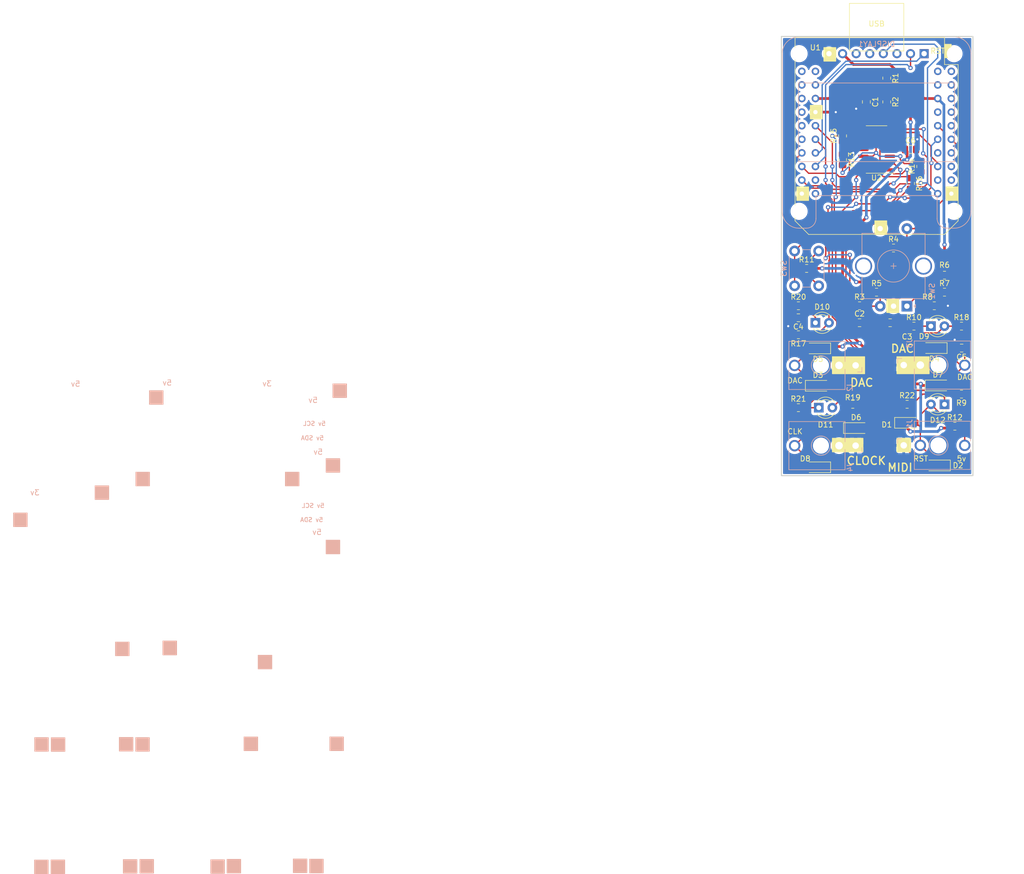
<source format=kicad_pcb>
(kicad_pcb (version 20221018) (generator pcbnew)
  (layers (0 "F.Cu" signal) (31 "B.Cu" signal) (34 "B.Paste" user) (35 "F.Paste" user) (36 "B.SilkS" user "B.Silkscreen") (37 "F.SilkS" user "F.Silkscreen") (38 "B.Mask" user) (39 "F.Mask" user) (44 "Edge.Cuts" user))
  (net 0 "")
  (net 23 "/V_REF")
  (net 24 "/ENC_SW")
  (net 25 "/DAC1")
  (net 26 "/DAC0")
  (net 27 "/ENC_A")
  (net 28 "/ENC_B")
  (net 29 "GND")
  (net 30 "+5V")
  (net 31 "/SDA")
  (net 32 "/SCL")
  (net 33 "+3.3V")
  (net 34 "/CS")
  (net 35 "Net-(D9-K)")
  (net 36 "Net-(D9-A)")
  (net 37 "Net-(D10-K)")
  (net 38 "/CLK")
  (net 39 "Net-(D10-A)")
  (net 40 "/RST")
  (net 41 "Net-(D11-K)")
  (net 42 "Net-(D11-A)")
  (net 43 "Net-(D12-K)")
  (net 44 "/Butt")
  (net 46 "Net-(D3-K)")
  (net 47 "Net-(D4-K)")
  (net 48 "Net-(D1-A)")
  (net 49 "Net-(D6-K)")
  (net 50 "Net-(J1-PadR)")
  (net 51 "Net-(R3-Pad2)")
  (net 52 "Net-(R6-Pad2)")
  (net 53 "Net-(R11-Pad1)")
  (net 56 "/RST{slash}MIDI")
  (net 57 "Net-(R9-Pad1)")
  (net 58 "Net-(U2C--)")
  (net 59 "Net-(U2B--)")
  (footprint "Resistor_SMD:R_0805_2012Metric_Pad1.20x1.40mm_HandSolder" (layer "F.Cu") (at 250.19 74.295)
    (fp_text reference "R7")
    (fp_text value "10k")
  )
  (footprint "Capacitor_SMD:C_0805_2012Metric_Pad1.18x1.45mm_HandSolder" (layer "F.Cu") (at 253.395 84.74157 180)
    (fp_text reference "C5")
    (fp_text value "10uF" hide)
  )
  (footprint "Resistor_SMD:R_0805_2012Metric_Pad1.20x1.40mm_HandSolder" (layer "F.Cu") (at 248.285 76.835)
    (fp_text reference "R8")
    (fp_text value "10k")
  )
  (footprint "Resistor_SMD:R_0805_2012Metric_Pad1.20x1.40mm_HandSolder" (layer "F.Cu") (at 239.395 34.29 -90)
    (fp_text reference "R1")
    (fp_text value "10k")
  )
  (footprint "Diode_SMD:D_SOD-123" (layer "F.Cu") (at 248.315 84.74157 180)
    (fp_text reference "D4")
    (fp_text value "D_Schottky" hide)
  )
  (footprint "Resistor_SMD:R_0805_2012Metric_Pad1.20x1.40mm_HandSolder" (layer "F.Cu") (at 233.045 95.25 180)
    (fp_text reference "R19")
    (fp_text value "1k")
  )
  (footprint "Diode_SMD:D_SOD-123" (layer "F.Cu") (at 233.68 99.695)
    (fp_text reference "D6")
    (fp_text value "D_Schottky")
  )
  (footprint "LED_THT:LED_D3.0mm" (layer "F.Cu") (at 226.69 95.885)
    (fp_text reference "D11")
    (fp_text value "LED")
  )
  (footprint "Capacitor_SMD:C_0805_2012Metric_Pad1.18x1.45mm_HandSolder" (layer "F.Cu") (at 222.885 79.07625 180)
    (fp_text reference "C4")
    (fp_text value "10uF")
  )
  (footprint "Capacitor_SMD:C_0805_2012Metric_Pad1.18x1.45mm_HandSolder" (layer "F.Cu") (at 234.315 80.01)
    (fp_text reference "C2")
    (fp_text value "100n")
  )
  (footprint "Capacitor_SMD:C_0805_2012Metric_Pad1.18x1.45mm_HandSolder" (layer "F.Cu") (at 240.03 80.01 180)
    (fp_text reference "C3")
    (fp_text value "100n" hide)
  )
  (footprint "LED_THT:LED_D3.0mm" (layer "F.Cu") (at 250.195 95.25 180)
    (fp_text reference "D12")
    (fp_text value "LED")
  )
  (footprint "Resistor_SMD:R_0805_2012Metric_Pad1.20x1.40mm_HandSolder" (layer "F.Cu") (at 224.425 69.85)
    (fp_text reference "R11")
    (fp_text value "10k")
  )
  (footprint "Resistor_SMD:R_0805_2012Metric_Pad1.20x1.40mm_HandSolder" (layer "F.Cu") (at 245.745 50.8 90)
    (fp_text reference "R14")
    (fp_text value "10k")
  )
  (footprint "Resistor_SMD:R_0805_2012Metric_Pad1.20x1.40mm_HandSolder" (layer "F.Cu") (at 244.475 80.645)
    (fp_text reference "R10")
    (fp_text value "1k")
  )
  (footprint "Resistor_SMD:R_0805_2012Metric_Pad1.20x1.40mm_HandSolder" (layer "F.Cu") (at 222.885 82.25125 180)
    (fp_text reference "R17")
    (fp_text value "1k")
  )
  (footprint "Resistor_SMD:R_0805_2012Metric_Pad1.20x1.40mm_HandSolder" (layer "F.Cu") (at 250.19 71.12 180)
    (fp_text reference "R6")
    (fp_text value "10k")
  )
  (footprint "ESP32_mini:ESP32_mini" (layer "F.Cu") (at 237.5 44.45 180)
    (fp_text reference "U1")
    (fp_text value "mini_esp32")
  )
  (footprint "Resistor_SMD:R_0805_2012Metric_Pad1.20x1.40mm_HandSolder" (layer "F.Cu") (at 231.14 49.53 -90)
    (fp_text reference "R13")
    (fp_text value "10k")
  )
  (footprint "Diode_SMD:D_SOD-123" (layer "F.Cu") (at 248.95 91.72657)
    (fp_text reference "D7")
    (fp_text value "D_Schottky" hide)
  )
  (footprint "Capacitor_SMD:C_0805_2012Metric_Pad1.18x1.45mm_HandSolder" (layer "F.Cu") (at 243.84 47.625)
    (fp_text reference "C6")
    (fp_text value "0.1u")
  )
  (footprint "Package_SO:SOIC-14_3.9x8.7mm_P1.27mm" (layer "F.Cu") (at 237.49 47.625 180)
    (fp_text reference "U2")
    (fp_text value "TL074")
  )
  (footprint "Diode_SMD:D_SOD-123" (layer "F.Cu") (at 226.544861 84.800616 180)
    (fp_text reference "D5")
    (fp_text value "D_Schottky" hide)
  )
  (footprint "Resistor_SMD:R_0805_2012Metric_Pad1.20x1.40mm_HandSolder" (layer "F.Cu") (at 243.205 95.25)
    (fp_text reference "R22")
    (fp_text value "100R")
  )
  (footprint "Diode_SMD:D_SOD-123" (layer "F.Cu") (at 243.235 98.71157)
    (fp_text reference "D1")
    (fp_text value "D_Schottky")
  )
  (footprint "Resistor_SMD:R_0805_2012Metric_Pad1.20x1.40mm_HandSolder" (layer "F.Cu") (at 222.885 76.835)
    (fp_text reference "R20")
    (fp_text value "1k")
  )
  (footprint "Resistor_SMD:R_0805_2012Metric_Pad1.20x1.40mm_HandSolder" (layer "F.Cu") (at 239.395 38.735 -90)
    (fp_text reference "R2")
    (fp_text value "10k")
  )
  (footprint "Resistor_SMD:R_0805_2012Metric_Pad1.20x1.40mm_HandSolder" (layer "F.Cu") (at 231.14 45.085 90)
    (fp_text reference "R15")
    (fp_text value "10k/4.7k")
  )
  (footprint "Diode_SMD:D_SOD-123" (layer "F.Cu") (at 226.544861 91.785616)
    (fp_text reference "D3")
    (fp_text value "D_Schottky" hide)
  )
  (footprint "Resistor_SMD:R_0805_2012Metric_Pad1.20x1.40mm_HandSolder" (layer "F.Cu") (at 240.665 66.04)
    (fp_text reference "R4")
    (fp_text value "10k")
  )
  (footprint "Resistor_SMD:R_0805_2012Metric_Pad1.20x1.40mm_HandSolder" (layer "F.Cu") (at 253.365 80.645)
    (fp_text reference "R18")
    (fp_text value "1k")
  )
  (footprint "Resistor_SMD:R_0805_2012Metric_Pad1.20x1.40mm_HandSolder" (layer "F.Cu") (at 253.365 93.345 180)
    (fp_text reference "R9")
    (fp_text value "220R")
  )
  (footprint "Resistor_SMD:R_0805_2012Metric_Pad1.20x1.40mm_HandSolder" (layer "F.Cu") (at 222.885 95.885)
    (fp_text reference "R21")
    (fp_text value "1k")
  )
  (footprint "Capacitor_SMD:C_0805_2012Metric_Pad1.18x1.45mm_HandSolder" (layer "F.Cu") (at 235.585 38.735 -90)
    (fp_text reference "C1")
    (fp_text value "0.1u")
  )
  (footprint "Resistor_SMD:R_0805_2012Metric_Pad1.20x1.40mm_HandSolder" (layer "F.Cu") (at 252.125 99.34657)
    (fp_text reference "R12")
    (fp_text value "220R")
  )
  (footprint "Resistor_SMD:R_0805_2012Metric_Pad1.20x1.40mm_HandSolder" (layer "F.Cu") (at 243.84 53.975 -90)
    (fp_text reference "R16")
    (fp_text value "10k/4.7k")
  )
  (footprint "Diode_SMD:D_SOD-123" (layer "F.Cu") (at 226.544861 107.025616 180)
    (fp_text reference "D8")
    (fp_text value "D_Schottky" hide)
  )
  (footprint "LED_THT:LED_D3.0mm" (layer "F.Cu") (at 247.645 80.645)
    (fp_text reference "D9")
    (fp_text value "LED")
  )
  (footprint "Resistor_SMD:R_0805_2012Metric_Pad1.20x1.40mm_HandSolder" (layer "F.Cu") (at 237.49 74.295)
    (fp_text reference "R5")
    (fp_text value "10k")
  )
  (footprint "LED_THT:LED_D3.0mm" (layer "F.Cu") (at 226.06 80.01)
    (fp_text reference "D10")
    (fp_text value "LED")
  )
  (footprint "Resistor_SMD:R_0805_2012Metric_Pad1.20x1.40mm_HandSolder" (layer "F.Cu") (at 234.315 76.835)
    (fp_text reference "R3")
    (fp_text value "10k")
  )
  (footprint "Diode_SMD:D_SOD-123" (layer "F.Cu") (at 248.92 106.68 180)
    (fp_text reference "D2")
    (fp_text value "D_Schottky")
  )
  (footprint "Connector_Audio:Jack_3.5mm_QingPu_WQP-PJ398SM_Vertical_CircularHoles" (layer "B.Cu") (at 233.579861 87.980616 90)
    (fp_text reference "J2")
    (fp_text value "DAC")
  )
  (footprint "Button_Switch_THT:SW_PUSH_6mm_H4.3mm" (layer "B.Cu") (at 222.175 66.6 -90)
    (fp_text reference "SW3")
    (fp_text value "SW_Push")
  )
  (footprint "Rotary_Encoder:RotaryEncoder_Alps_EC11E-Switch_Vertical_H20mm_CircularMountingHoles" (layer "B.Cu") (at 243.165 76.91 90)
    (fp_text reference "SW1")
    (fp_text value "RotaryEncoder_Switch")
  )
  (footprint "Connector_Audio:Jack_3.5mm_QingPu_WQP-PJ398SM_Vertical_CircularHoles" (layer "B.Cu") (at 242.57 87.92157 -90)
    (fp_text reference "J3")
    (fp_text value "DAC1")
  )
  (footprint "Connector_Audio:Jack_3.5mm_QingPu_WQP-PJ398SM_Vertical_CircularHoles_1" (layer "B.Cu") (at 242.57 102.92157 -90)
    (fp_text reference "J1")
    (fp_text value "MIDI_out")
  )
  (footprint "Display:Adafruit_SSD1306" (layer "B.Cu") (at 246.38 29.715 180)
    (fp_text reference "DISPLAY1")
    (fp_text value "Conn_01x08_Socket")
  )
  (footprint "Connector_Audio:Jack_3.5mm_QingPu_WQP-PJ398SM_Vertical_CircularHoles" (layer "B.Cu") (at 233.579861 102.980616 90)
    (fp_text reference "J4")
    (fp_text value "CLK")
  )
  (gr_rect (start 99.06 107.95) (end 101.6 110.49) (stroke (width 0.15)) (fill solid) (layer "B.SilkS"))
  (gr_rect (start 96.710146 180.344491) (end 99.250146 182.884491) (stroke (width 0.15)) (fill solid) (layer "B.SilkS"))
  (gr_rect (start 83.21207 180.422434) (end 85.75207 182.962434) (stroke (width 0.15)) (fill solid) (layer "B.SilkS"))
  (gr_rect (start 80.150364 157.552943) (end 82.690364 160.092943) (stroke (width 0.15)) (fill solid) (layer "B.SilkS"))
  (gr_rect (start 134.62 105.41) (end 137.16 107.95) (stroke (width 0.15)) (fill solid) (layer "B.SilkS"))
  (gr_rect (start 99.820295 180.323041) (end 102.360295 182.863041) (stroke (width 0.15)) (fill solid) (layer "B.SilkS"))
  (gr_rect (start 131.538398 180.28123) (end 134.078398 182.82123) (stroke (width 0.15)) (fill solid) (layer "B.SilkS"))
  (gr_rect (start 121.92 142.161284) (end 124.46 144.701284) (stroke (width 0.15)) (fill solid) (layer "B.SilkS"))
  (gr_rect (start 80.120777 180.443043) (end 82.660777 182.983043) (stroke (width 0.15)) (fill solid) (layer "B.SilkS"))
  (gr_rect (start 104.124503 139.521459) (end 106.664503 142.061459) (stroke (width 0.15)) (fill solid) (layer "B.SilkS"))
  (gr_rect (start 116.106277 180.301193) (end 118.646277 182.841193) (stroke (width 0.15)) (fill solid) (layer "B.SilkS"))
  (gr_rect (start 127 107.95) (end 129.54 110.49) (stroke (width 0.15)) (fill solid) (layer "B.SilkS"))
  (gr_rect (start 128.481484 180.242778) (end 131.021484 182.782778) (stroke (width 0.15)) (fill solid) (layer "B.SilkS"))
  (gr_rect (start 135.312797 157.435657) (end 137.852797 159.975657) (stroke (width 0.15)) (fill solid) (layer "B.SilkS"))
  (gr_rect (start 99.036122 157.554044) (end 101.576122 160.094044) (stroke (width 0.15)) (fill solid) (layer "B.SilkS"))
  (gr_rect (start 113.060002 180.378806) (end 115.600002 182.918806) (stroke (width 0.15)) (fill solid) (layer "B.SilkS"))
  (gr_rect (start 119.28 157.44) (end 121.82 159.98) (stroke (width 0.15)) (fill solid) (layer "B.SilkS"))
  (gr_rect (start 95.25 139.7) (end 97.79 142.24) (stroke (width 0.15)) (fill solid) (layer "B.SilkS"))
  (gr_rect (start 83.2462 157.573582) (end 85.7862 160.113582) (stroke (width 0.15)) (fill solid) (layer "B.SilkS"))
  (gr_rect (start 76.2 115.57) (end 78.74 118.11) (stroke (width 0.15)) (fill solid) (layer "B.SilkS"))
  (gr_rect (start 91.44 110.49) (end 93.98 113.03) (stroke (width 0.15)) (fill solid) (layer "B.SilkS"))
  (gr_rect (start 135.89 91.44) (end 138.43 93.98) (stroke (width 0.15)) (fill solid) (layer "B.SilkS"))
  (gr_rect (start 134.62 120.65) (end 137.16 123.19) (stroke (width 0.15)) (fill solid) (layer "B.SilkS"))
  (gr_rect (start 95.963279 157.517022) (end 98.503279 160.057022) (stroke (width 0.15)) (fill solid) (layer "B.SilkS"))
  (gr_rect (start 101.6 92.71) (end 104.14 95.25) (stroke (width 0.15)) (fill solid) (layer "B.SilkS"))
  (gr_rect (start 104.124503 139.521459) (end 106.664503 142.061459) (stroke (width 0.15)) (fill solid) (layer "B.SilkS"))
  (gr_rect (start 217.4875 102.235) (end 217.4875 102.235) (stroke (width 0.15)) (fill none) (layer "F.SilkS"))
  (gr_rect (start 241.3 86.36) (end 247.3325 89.535) (stroke (width 0.15)) (fill solid) (layer "F.SilkS"))
  (gr_rect (start 227.6475 28.575) (end 229.87 31.115) (stroke (width 0.15)) (fill solid) (layer "F.SilkS"))
  (gr_rect (start 229.235 86.36) (end 235.2675 89.535) (stroke (width 0.15)) (fill solid) (layer "F.SilkS"))
  (gr_rect (start 229.235 101.6) (end 234.95 104.14) (stroke (width 0.15)) (fill solid) (layer "F.SilkS"))
  (gr_rect (start 237.1725 60.96) (end 239.395 63.5) (stroke (width 0.15)) (fill solid) (layer "F.SilkS"))
  (gr_rect (start 222.5675 54.61) (end 224.79 57.15) (stroke (width 0.15)) (fill solid) (layer "F.SilkS"))
  (gr_rect (start 250.5075 54.61) (end 252.73 57.15) (stroke (width 0.15)) (fill solid) (layer "F.SilkS"))
  (gr_rect (start 225.1075 39.37) (end 227.33 41.91) (stroke (width 0.15)) (fill solid) (layer "F.SilkS"))
  (gr_rect (start 239.395 75.565) (end 241.6175 78.105) (stroke (width 0.15)) (fill solid) (layer "F.SilkS"))
  (gr_rect (start 241.3 101.6) (end 243.84 104.14) (stroke (width 0.15)) (fill solid) (layer "F.SilkS"))
  (gr_rect locked (start 219.71 26.5) (end 255.5 108.585) (stroke (width 0.2)) (fill none) (layer "Edge.Cuts"))
  (gr_text "5v" (at 133.12136 95.057871) (layer "B.SilkS") (effects (font (size 1 1)) (justify left bottom mirror)))
  (gr_text "5v SCL" (at 134.611692 99.318381) (layer "B.SilkS") (effects (font (size 0.8 0.8)) (justify left bottom mirror)))
  (gr_text "3v" (at 124.52508 91.977847) (layer "B.SilkS") (effects (font (size 1 1)) (justify left bottom mirror)))
  (gr_text "5v SCL" (at 134.371138 114.660317) (layer "B.SilkS") (effects (font (size 0.8 0.8)) (justify left bottom mirror)))
  (gr_text "5v SDA" (at 134.119322 117.304382) (layer "B.SilkS") (effects (font (size 0.8 0.8)) (justify left bottom mirror)))
  (gr_text "5v" (at 133.85849 119.730366) (layer "B.SilkS") (effects (font (size 1 1)) (justify left bottom mirror)))
  (gr_text "5v" (at 88.734224 92.025367) (layer "B.SilkS") (effects (font (size 1 1)) (justify left bottom mirror)))
  (gr_text "5v" (at 134.071838 104.738315) (layer "B.SilkS") (effects (font (size 1 1)) (justify left bottom mirror)))
  (gr_text "3v" (at 81.130243 112.332583) (layer "B.SilkS") (effects (font (size 1 1)) (justify left bottom mirror)))
  (gr_text "5v SDA" (at 134.249066 102.017203) (layer "B.SilkS") (effects (font (size 0.8 0.8)) (justify left bottom mirror)))
  (gr_text "5v" (at 105.857225 91.815548) (layer "B.SilkS") (effects (font (size 1 1)) (justify left bottom mirror)))
  (gr_text "DAC" (at 232.41 92.075) (layer "F.SilkS") (effects (font (size 1.5 1.5) (thickness 0.25) bold) (justify left bottom)))
  (gr_text "DAC" (at 254 90.17) (layer "F.SilkS") (effects (font (size 1 1))))
  (gr_text "RST" (at 245.745 105.41) (layer "F.SilkS") (effects (font (size 1 1))))
  (gr_text "DAC" (at 222.25 90.805) (layer "F.SilkS") (effects (font (size 1 1))))
  (gr_text "CLOCK\n" (at 231.775 106.68) (layer "F.SilkS") (effects (font (size 1.5 1.5) (thickness 0.25) bold) (justify left bottom)))
  (gr_text "MIDI\n" (at 239.395 107.95) (layer "F.SilkS") (effects (font (size 1.5 1.5) (thickness 0.25) bold) (justify left bottom)))
  (gr_text "DAC" (at 240.03 85.725) (layer "F.SilkS") (effects (font (size 1.5 1.5) (thickness 0.25) bold) (justify left bottom)))
  (gr_text "CLK" (at 222.25 100.33) (layer "F.SilkS") (effects (font (size 1 1))))
  (gr_text "5v" (at 253.365 105.41) (layer "F.SilkS") (effects (font (size 1 1))))
  (segment (start 239.395 37.735) (end 239.665 37.735) (width 0.25) (layer "F.Cu") (net 23))
  (segment (start 242.66 50.255) (end 241.935 49.53) (width 0.25) (layer "F.Cu") (net 23))
  (segment (start 235.015 48.895) (end 236.7655 48.895) (width 0.25) (layer "F.Cu") (net 23))
  (segment (start 245.745 49.8) (end 245.29 50.255) (width 0.25) (layer "F.Cu") (net 23))
  (segment (start 236.7655 48.895) (end 237.4005 48.26) (width 0.25) (layer "F.Cu") (net 23))
  (segment (start 239.3575 37.6975) (end 239.395 37.735) (width 0.25) (layer "F.Cu") (net 23))
  (segment (start 235.585 37.6975) (end 239.3575 37.6975) (width 0.25) (layer "F.Cu") (net 23))
  (segment (start 245.29 50.255) (end 242.66 50.255) (width 0.25) (layer "F.Cu") (net 23))
  (segment (start 240.72 40.585) (end 237.4005 43.9045) (width 0.25) (layer "F.Cu") (net 23))
  (segment (start 240.72 38.79) (end 240.72 40.585) (width 0.25) (layer "F.Cu") (net 23))
  (segment (start 231.14 51.9805) (end 231.14 50.53) (width 0.25) (layer "F.Cu") (net 23))
  (segment (start 237.4005 43.9045) (end 237.4005 48.26) (width 0.25) (layer "F.Cu") (net 23))
  (segment (start 239.395 37.735) (end 239.395 35.29) (width 0.25) (layer "F.Cu") (net 23))
  (segment (start 239.665 37.735) (end 240.72 38.79) (width 0.25) (layer "F.Cu") (net 23))
  (segment (start 241.935 49.53) (end 241.935 48.895) (width 0.25) (layer "F.Cu") (net 23))
  (segment (start 241.935 48.895) (end 239.965 48.895) (width 0.25) (layer "F.Cu") (net 23))
  (via (at 231.14 51.9805) (size 0.8) (drill 0.4) (layers "F.Cu" "B.Cu") (net 23))
  (via (at 237.4005 48.26) (size 0.8) (drill 0.4) (layers "F.Cu" "B.Cu") (net 23))
  (via (at 241.935 48.895) (size 0.8) (drill 0.4) (layers "F.Cu" "B.Cu") (net 23))
  (segment (start 238.0355 48.895) (end 241.935 48.895) (width 0.25) (layer "B.Cu") (net 23))
  (segment (start 237.4005 48.26) (end 238.0355 48.895) (width 0.25) (layer "B.Cu") (net 23))
  (segment (start 234.8605 48.26) (end 237.4005 48.26) (width 0.25) (layer "B.Cu") (net 23))
  (segment (start 231.14 51.9805) (end 234.8605 48.26) (width 0.25) (layer "B.Cu") (net 23))
  (segment (start 244.579213 62.41) (end 250.19 56.799213) (width 0.25) (layer "F.Cu") (net 24))
  (segment (start 241.665 66.04) (end 243.165 64.54) (width 0.25) (layer "F.Cu") (net 24))
  (segment (start 243.165 62.41) (end 244.579213 62.41) (width 0.25) (layer "F.Cu") (net 24))
  (segment (start 250.19 44.44) (end 248.93 43.18) (width 0.25) (layer "F.Cu") (net 24))
  (segment (start 250.19 56.799213) (end 250.19 44.44) (width 0.25) (layer "F.Cu") (net 24))
  (segment (start 243.165 64.54) (end 243.165 62.41) (width 0.25) (layer "F.Cu") (net 24))
  (segment (start 248.93 50.175) (end 248.93 50.8) (width 0.25) (layer "F.Cu") (net 25))
  (segment (start 245.11 44.45) (end 247.65 46.99) (width 0.25) (layer "F.Cu") (net 25))
  (segment (start 247.65 46.99) (end 247.65 48.895) (width 0.25) (layer "F.Cu") (net 25))
  (segment (start 247.65 48.895) (end 248.93 50.175) (width 0.25) (layer "F.Cu") (net 25))
  (segment (start 239.965 46.355) (end 240.665 46.355) (width 0.25) (layer "F.Cu") (net 25))
  (segment (start 242.57 44.45) (end 245.11 44.45) (width 0.25) (layer "F.Cu") (net 25))
  (segment (start 240.665 46.355) (end 242.57 44.45) (width 0.25) (layer "F.Cu") (net 25))
  (segment (start 235.015 46.355) (end 233.68 46.355) (width 0.25) (layer "F.Cu") (net 26))
  (segment (start 224.8 52.07) (end 223.53 50.8) (width 0.25) (layer "F.Cu") (net 26))
  (segment (start 229.87 52.07) (end 224.8 52.07) (width 0.25) (layer "F.Cu") (net 26))
  (segment (start 231.775 52.705) (end 230.505 52.705) (width 0.25) (layer "F.Cu") (net 26))
  (segment (start 230.505 52.705) (end 229.87 52.07) (width 0.25) (layer "F.Cu") (net 26))
  (segment (start 232.41 52.07) (end 231.775 52.705) (width 0.25) (layer "F.Cu") (net 26))
  (segment (start 233.68 46.355) (end 232.41 47.625) (width 0.25) (layer "F.Cu") (net 26))
  (segment (start 232.41 47.625) (end 232.41 52.07) (width 0.25) (layer "F.Cu") (net 26))
  (segment (start 227.965 67.945) (end 227.965 67.183833) (width 0.25) (layer "F.Cu") (net 27))
  (segment (start 221.615 53.975) (end 221.615 50.175) (width 0.25) (layer "F.Cu") (net 27))
  (segment (start 233.2775 76.8725) (end 233.315 76.835) (width 0.25) (layer "F.Cu") (net 27))
  (segment (start 229.146 60.265396) (end 229.146 56.972) (width 0.25) (layer "F.Cu") (net 27))
  (segment (start 221.615 50.175) (end 223.53 48.26) (width 0.25) (layer "F.Cu") (net 27))
  (segment (start 232.4995 76.0195) (end 232.4995 67.31) (width 0.25) (layer "F.Cu") (net 27))
  (segment (start 228 67.148833) (end 228 66.051167) (width 0.25) (layer "F.Cu") (net 27))
  (segment (start 227.965 66.016167) (end 227.965 61.446396) (width 0.25) (layer "F.Cu") (net 27))
  (segment (start 227.029 54.855) (end 222.495 54.855) (width 0.25) (layer "F.Cu") (net 27))
  (segment (start 222.495 54.855) (end 221.615 53.975) (width 0.25) (layer "F.Cu") (net 27))
  (segment (start 227.965 61.446396) (end 229.146 60.265396) (width 0.25) (layer "F.Cu") (net 27))
  (segment (start 233.315 76.835) (end 232.4995 76.0195) (width 0.25) (layer "F.Cu") (net 27))
  (segment (start 227.965 67.183833) (end 228 67.148833) (width 0.25) (layer "F.Cu") (net 27))
  (segment (start 228 66.051167) (end 227.965 66.016167) (width 0.25) (layer "F.Cu") (net 27))
  (segment (start 233.2775 80.01) (end 233.2775 76.8725) (width 0.25) (layer "F.Cu") (net 27))
  (segment (start 229.146 56.972) (end 227.029 54.855) (width 0.25) (layer "F.Cu") (net 27))
  (via (at 227.965 67.945) (size 0.8) (drill 0.4) (layers "F.Cu" "B.Cu") (net 27))
  (via (at 232.4995 67.31) (size 0.8) (drill 0.4) (layers "F.Cu" "B.Cu") (net 27))
  (segment (start 232.4995 67.31) (end 228.6 67.31) (width 0.25) (layer "B.Cu") (net 27))
  (segment (start 228.6 67.31) (end 227.965 67.945) (width 0.25) (layer "B.Cu") (net 27))
  (segment (start 247.285 76.835) (end 248.8 75.32) (width 0.25) (layer "F.Cu") (net 28))
  (segment (start 241.4575 79.62) (end 244.5 79.62) (width 0.25) (layer "F.Cu") (net 28))
  (segment (start 248.8 75.32) (end 250.165 75.32) (width 0.25) (layer "F.Cu") (net 28))
  (segment (start 250.165 75.32) (end 251.19 74.295) (width 0.25) (layer "F.Cu") (net 28))
  (segment (start 254 48.25) (end 251.47 45.72) (width 0.25) (layer "F.Cu") (net 28))
  (segment (start 241.0675 80.01) (end 241.4575 79.62) (width 0.25) (layer "F.Cu") (net 28))
  (segment (start 254 71.485) (end 254 48.25) (width 0.25) (layer "F.Cu") (net 28))
  (segment (start 244.5 79.62) (end 247.285 76.835) (width 0.25) (layer "F.Cu") (net 28))
  (segment (start 251.19 74.9675) (end 251.19 74.295) (width 0.25) (layer "F.Cu") (net 28))
  (segment (start 251.19 74.295) (end 254 71.485) (width 0.25) (layer "F.Cu") (net 28))
  (segment (start 221.8475 79.07625) (end 221.8475 76.8725) (width 0.5) (layer "F.Cu") (net 29))
  (segment (start 233.7695 47.625) (end 233.1345 48.26) (width 0.5) (layer "F.Cu") (net 29))
  (segment (start 235.585 39.7725) (end 233.9125 39.7725) (width 0.5) (layer "F.Cu") (net 29))
  (segment (start 243.475 80.645) (end 242.935 81.185) (width 0.5) (layer "F.Cu") (net 29))
  (segment (start 244.8775 45.9525) (end 245.11 45.72) (width 0.5) (layer "F.Cu") (net 29))
  (segment (start 249.285 76.835) (end 250.825 76.835) (width 0.5) (layer "F.Cu") (net 29))
  (segment (start 235.585 39.7725) (end 239.3575 39.7725) (width 0.5) (layer "F.Cu") (net 29))
  (segment (start 221.885 95.885) (end 223.035 94.735) (width 0.5) (layer "F.Cu") (net 29))
  (segment (start 228.194861 91.785616) (end 228.194861 90.265616) (width 0.5) (layer "F.Cu") (net 29))
  (segment (start 235.015 47.625) (end 233.7695 47.625) (width 0.5) (layer "F.Cu") (net 29))
  (segment (start 223.035 94.735) (end 225.245477 94.735) (width 0.5) (layer "F.Cu") (net 29))
  (segment (start 239.3575 39.7725) (end 239.395 39.735) (width 0.5) (layer "F.Cu") (net 29))
  (segment (start 238.9925 80.01) (end 238.9925 78.5825) (width 0.5) (layer "F.Cu") (net 29))
  (segment (start 221.8475 76.8725) (end 221.885 76.835) (width 0.5) (layer "F.Cu") (net 29))
  (segment (start 245.67 85.73657) (end 246.665 84.74157) (width 0.5) (layer "F.Cu") (net 29))
  (segment (start 247.27 106.68) (end 246.32843 106.68) (width 0.5) (layer "F.Cu") (net 29))
  (segment (start 233.9125 39.7725) (end 233.68 40.005) (width 0.5) (layer "F.Cu") (net 29))
  (segment (start 228.194861 90.265616) (end 230.479861 87.980616) (width 0.5) (layer "F.Cu") (net 29))
  (segment (start 252.3575 84.74157) (end 252.3575 83.4475) (width 0.5) (layer "F.Cu") (net 29))
  (segment (start 242.935 81.185) (end 240.1675 81.185) (width 0.5) (layer "F.Cu") (net 29))
  (segment (start 233.579861 102.980616) (end 233.579861 101.445139) (width 0.5) (layer "F.Cu") (net 29))
  (segment (start 221.8475 79.07625) (end 221.8475 79.7775) (width 0.5) (layer "F.Cu") (net 29))
  (segment (start 246.32843 106.68) (end 242.57 102.92157) (width 0.5) (layer "F.Cu") (net 29))
  (segment (start 245.67 87.92157) (end 245.67 85.73657) (width 0.5) (layer "F.Cu") (net 29))
  (segment (start 221.8475 79.7775) (end 220.98 80.645) (width 0.5) (layer "F.Cu") (net 29))
  (segment (start 235.3525 80.01) (end 238.9925 80.01) (width 0.5) (layer "F.Cu") (net 29))
  (segment (start 240.1675 81.185) (end 238.9925 80.01) (width 0.5) (layer "F.Cu") (net 29))
  (segment (start 225.245477 94.735) (end 228.194861 91.785616) (width 0.5) (layer "F.Cu") (net 29))
  (segment (start 242.205 95.25) (end 239.775 95.25) (width 0.5) (layer "F.Cu") (net 29))
  (segment (start 252.3575 83.4475) (end 252.095 83.185) (width 0.5) (layer "F.Cu") (net 29))
  (segment (start 239.775 95.25) (end 235.33 99.695) (width 0.5) (layer "F.Cu") (net 29))
  (segment (start 244.8775 47.625) (end 244.8775 45.9525) (width 0.5) (layer "F.Cu") (net 29))
  (segment (start 233.579861 101.445139) (end 235.33 99.695) (width 0.5) (layer "F.Cu") (net 29))
  (segment (start 226.07 40.64) (end 229.87 40.64) (width 0.5) (layer "F.Cu") (net 29))
  (segment (start 238.9925 78.5825) (end 240.665 76.91) (width 0.5) (layer "F.Cu") (net 29))
  (via (at 252.095 83.185) (size 0.8) (drill 0.4) (layers "F.Cu" "B.Cu") (net 29))
  (via (at 220.98 80.645) (size 0.8) (drill 0.4) (layers "F.Cu" "B.Cu") (net 29))
  (via (at 233.1345 48.26) (size 0.8) (drill 0.4) (layers "F.Cu" "B.Cu") (net 29))
  (via (at 245.11 45.72) (size 0.8) (drill 0.4) (layers "F.Cu" "B.Cu") (net 29))
  (via (at 233.68 40.005) (size 0.8) (drill 0.4) (layers "F.Cu" "B.Cu") (net 29))
  (via (at 229.87 40.64) (size 0.8) (drill 0.4) (layers "F.Cu" "B.Cu") (net 29))
  (via (at 250.825 76.835) (size 0.8) (drill 0.4) (layers "F.Cu" "B.Cu") (net 29))
  (segment (start 233.41 33.29) (end 228.6 38.1) (width 0.5) (layer "F.Cu") (net 30))
  (segment (start 250.77657 99.695) (end 251.125 99.34657) (width 0.5) (layer "F.Cu") (net 30))
  (segment (start 237.49 102.80657) (end 241.585 98.71157) (width 0.5) (layer "F.Cu") (net 30))
  (segment (start 228.540477 84.455) (end 228.194861 84.800616) (width 0.5) (layer "F.Cu") (net 30))
  (segment (start 245.745 91.44) (end 241.935 91.44) (width 0.5) (layer "F.Cu") (net 30))
  (segment (start 231.14 84.455) (end 228.540477 84.455) (width 0.5) (layer "F.Cu") (net 30))
  (segment (start 247.3 91.72657) (end 246.03157 91.72657) (width 0.5) (layer "F.Cu") (net 30))
  (segment (start 242.22157 98.71157) (end 243.84 100.33) (width 0.5) (layer "F.Cu") (net 30))
  (segment (start 241.935 91.44) (end 234.315 83.82) (width 0.5) (layer "F.Cu") (net 30))
  (segment (start 243.205 49.53) (end 243.205 48.0275) (width 0.5) (layer "F.Cu") (net 30))
  (segment (start 235.239384 107.025616) (end 237.49 104.775) (width 0.5) (layer "F.Cu") (net 30))
  (segment (start 231.14 80.645) (end 231.14 64.77) (width 0.5) (layer "F.Cu") (net 30))
  (segment (start 241.585 98.71157) (end 242.22157 98.71157) (width 0.5) (layer "F.Cu") (net 30))
  (segment (start 228.6 38.1) (end 226.07 38.1) (width 0.5) (layer "F.Cu") (net 30))
  (segment (start 234.315 83.82) (end 231.14 80.645) (width 0.5) (layer "F.Cu") (net 30))
  (segment (start 243.205 48.0275) (end 242.8025 47.625) (width 0.5) (layer "F.Cu") (net 30))
  (segment (start 239.395 33.29) (end 243.84 37.735) (width 0.5) (layer "F.Cu") (net 30))
  (segment (start 249.555 99.695) (end 250.77657 99.695) (width 0.5) (layer "F.Cu") (net 30))
  (segment (start 237.49 104.775) (end 237.49 102.80657) (width 0.5) (layer "F.Cu") (net 30))
  (segment (start 239.965 47.625) (end 242.8025 47.625) (width 0.5) (layer "F.Cu") (net 30))
  (segment (start 231.14 64.77) (end 235.585 60.325) (width 0.5) (layer "F.Cu") (net 30))
  (segment (start 243.84 37.735) (end 243.84 42.545) (width 0.5) (layer "F.Cu") (net 30))
  (segment (start 246.03157 91.72657) (end 245.745 91.44) (width 0.5) (layer "F.Cu") (net 30))
  (segment (start 228.194861 107.025616) (end 235.239384 107.025616) (width 0.5) (layer "F.Cu") (net 30))
  (segment (start 239.395 33.29) (end 233.41 33.29) (width 0.5) (layer "F.Cu") (net 30))
  (via (at 235.585 60.325) (size 0.8) (drill 0.4) (layers "F.Cu" "B.Cu") (net 30))
  (via (at 231.14 84.455) (size 0.8) (drill 0.4) (layers "F.Cu" "B.Cu") (net 30))
  (via (at 249.555 99.695) (size 0.8) (drill 0.4) (layers "F.Cu" "B.Cu") (net 30))
  (via (at 243.84 100.33) (size 0.8) (drill 0.4) (layers "F.Cu" "B.Cu") (net 30))
  (via (at 243.84 42.545) (size 0.8) (drill 0.4) (layers "F.Cu" "B.Cu") (net 30))
  (via (at 243.205 49.53) (size 0.8) (drill 0.4) (layers "F.Cu" "B.Cu") (net 30))
  (via (at 234.315 83.82) (size 0.8) (drill 0.4) (layers "F.Cu" "B.Cu") (net 30))
  (via (at 245.745 91.44) (size 0.8) (drill 0.4) (layers "F.Cu" "B.Cu") (net 30))
  (segment (start 248.92 100.33) (end 249.555 99.695) (width 0.5) (layer "B.Cu") (net 30))
  (segment (start 243.84 100.33) (end 245.745 100.33) (width 0.5) (layer "B.Cu") (net 30))
  (segment (start 245.745 100.33) (end 248.92 100.33) (width 0.5) (layer "B.Cu") (net 30))
  (segment (start 243.84 48.895) (end 243.205 49.53) (width 0.5) (layer "B.Cu") (net 30))
  (segment (start 235.585 60.325) (end 235.585 56.515) (width 0.5) (layer "B.Cu") (net 30))
  (segment (start 245.745 91.44) (end 245.745 100.33) (width 0.5) (layer "B.Cu") (net 30))
  (segment (start 243.84 42.545) (end 243.84 48.895) (width 0.5) (layer "B.Cu") (net 30))
  (segment (start 235.585 56.515) (end 242.57 49.53) (width 0.5) (layer "B.Cu") (net 30))
  (segment (start 231.775 83.82) (end 231.14 84.455) (width 0.5) (layer "B.Cu") (net 30))
  (segment (start 234.315 83.82) (end 231.775 83.82) (width 0.5) (layer "B.Cu") (net 30))
  (segment (start 242.57 49.53) (end 243.205 49.53) (width 0.5) (layer "B.Cu") (net 30))
  (segment (start 244.98 31.115) (end 246.38 29.715) (width 0.25) (layer "B.Cu") (net 31))
  (segment (start 227.33 35.56) (end 231.775 31.115) (width 0.25) (layer "B.Cu") (net 31))
  (segment (start 227.33 47.625) (end 227.33 35.56) (width 0.25) (layer "B.Cu") (net 31))
  (segment (start 226.07 48.26) (end 226.695 48.26) (width 0.25) (layer "B.Cu") (net 31))
  (segment (start 231.775 31.115) (end 244.98 31.115) (width 0.25) (layer "B.Cu") (net 31))
  (segment (start 226.695 48.26) (end 227.33 47.625) (width 0.25) (layer "B.Cu") (net 31))
  (segment (start 243.84 32.385) (end 243.84 29.715) (width 0.25) (layer "F.Cu") (net 32))
  (via (at 243.84 32.385) (size 0.8) (drill 0.4) (layers "F.Cu" "B.Cu") (net 32))
  (segment (start 226.07 50.8) (end 227.965698 48.904302) (width 0.25) (layer "B.Cu") (net 32))
  (segment (start 243.205 31.75) (end 243.84 32.385) (width 0.25) (layer "B.Cu") (net 32))
  (segment (start 241.935 31.75) (end 243.205 31.75) (width 0.25) (layer "B.Cu") (net 32))
  (segment (start 227.965698 48.904302) (end 227.965698 35.560698) (width 0.25) (layer "B.Cu") (net 32))
  (segment (start 227.965698 35.560698) (end 231.776396 31.75) (width 0.25) (layer "B.Cu") (net 32))
  (segment (start 231.776396 31.75) (end 241.935 31.75) (width 0.25) (layer "B.Cu") (net 32))
  (segment (start 250.19 65.405) (end 250.19 67.31) (width 0.5) (layer "F.Cu") (net 33))
  (segment (start 246.38 38.1) (end 248.93 38.1) (width 0.5) (layer "F.Cu") (net 33))
  (segment (start 250.825 70.755) (end 251.19 71.12) (width 0.5) (layer "F.Cu") (net 33))
  (segment (start 250.825 67.945) (end 250.825 70.755) (width 0.5) (layer "F.Cu") (net 33))
  (segment (start 239.665 66.04) (end 240.815 67.19) (width 0.5) (layer "F.Cu") (net 33))
  (segment (start 248.285 65.405) (end 250.19 67.31) (width 0.5) (layer "F.Cu") (net 33))
  (segment (start 225.425 69.85) (end 227.33 69.85) (width 0.5) (layer "F.Cu") (net 33))
  (segment (start 233.175 31.75) (end 240.03 31.75) (width 0.5) (layer "F.Cu") (net 33))
  (segment (start 250.19 67.31) (end 250.825 67.945) (width 0.5) (layer "F.Cu") (net 33))
  (segment (start 233.68 72.39) (end 234.585 72.39) (width 0.5) (layer "F.Cu") (net 33))
  (segment (start 243.325 67.19) (end 245.11 65.405) (width 0.5) (layer "F.Cu") (net 33))
  (segment (start 245.11 65.405) (end 248.285 65.405) (width 0.5) (layer "F.Cu") (net 33))
  (segment (start 240.815 67.19) (end 243.325 67.19) (width 0.5) (layer "F.Cu") (net 33))
  (segment (start 240.03 31.75) (end 246.38 38.1) (width 0.5) (layer "F.Cu") (net 33))
  (segment (start 236.49 74.295) (end 239.665 71.12) (width 0.5) (layer "F.Cu") (net 33))
  (segment (start 239.665 71.12) (end 239.665 66.04) (width 0.5) (layer "F.Cu") (net 33))
  (segment (start 231.14 29.715) (end 233.175 31.75) (width 0.5) (layer "F.Cu") (net 33))
  (segment (start 234.585 72.39) (end 236.49 74.295) (width 0.5) (layer "F.Cu") (net 33))
  (via (at 233.68 72.39) (size 0.8) (drill 0.4) (layers "F.Cu" "B.Cu") (net 33))
  (via (at 250.19 65.405) (size 0.8) (drill 0.4) (layers "F.Cu" "B.Cu") (net 33))
  (via (at 227.33 69.85) (size 0.8) (drill 0.4) (layers "F.Cu" "B.Cu") (net 33))
  (segment (start 248.93 38.1) (end 250.08 39.25) (width 0.5) (layer "B.Cu") (net 33))
  (segment (start 250.19 61.595) (end 250.19 65.405) (width 0.5) (layer "B.Cu") (net 33))
  (segment (start 250.08 61.485) (end 250.19 61.595) (width 0.5) (layer "B.Cu") (net 33))
  (segment (start 250.08 39.25) (end 250.08 61.485) (width 0.5) (layer "B.Cu") (net 33))
  (segment (start 227.33 69.85) (end 231.14 69.85) (width 0.5) (layer "B.Cu") (net 33))
  (segment (start 231.14 69.85) (end 233.68 72.39) (width 0.5) (layer "B.Cu") (net 33))
  (segment (start 247.645 80.645) (end 245.475 80.645) (width 0.25) (layer "F.Cu") (net 35))
  (segment (start 233.554327 81.9125) (end 232.365 80.723173) (width 0.25) (layer "F.Cu") (net 36))
  (segment (start 248.9175 81.9125) (end 233.554327 81.9125) (width 0.25) (layer "F.Cu") (net 36))
  (segment (start 231.775 66.675) (end 243.475 54.975) (width 0.25) (layer "F.Cu") (net 36))
  (segment (start 243.84 54.975) (end 244.205 54.61) (width 0.25) (layer "F.Cu") (net 36))
  (segment (start 231.775698 75.565698) (end 231.775 75.565) (width 0.25) (layer "F.Cu") (net 36))
  (segment (start 248.9175 81.9125) (end 248.915698 81.914302) (width 0.25) (layer "F.Cu") (net 36))
  (segment (start 246.2905 43.815) (end 239.965 43.815) (width 0.25) (layer "F.Cu") (net 36))
  (segment (start 232.365 76.79) (end 231.775 76.2) (width 0.25) (layer "F.Cu") (net 36))
  (segment (start 244.205 54.61) (end 246.38 54.61) (width 0.25) (layer "F.Cu") (net 36))
  (segment (start 247.015 49.161425) (end 246.202037 48.348462) (width 0.25) (layer "F.Cu") (net 36))
  (segment (start 232.365 80.723173) (end 232.365 76.79) (width 0.25) (layer "F.Cu") (net 36))
  (segment (start 247.015 53.975) (end 247.015 49.161425) (width 0.25) (layer "F.Cu") (net 36))
  (segment (start 250.185 80.645) (end 248.9175 81.9125) (width 0.25) (layer "F.Cu") (net 36))
  (segment (start 243.475 54.975) (end 243.84 54.975) (width 0.25) (layer "F.Cu") (net 36))
  (segment (start 243.84 54.975) (end 244.205 54.975) (width 0.25) (layer "F.Cu") (net 36))
  (segment (start 246.38 54.61) (end 247.015 53.975) (width 0.25) (layer "F.Cu") (net 36))
  (segment (start 252.365 80.645) (end 250.185 80.645) (width 0.25) (layer "F.Cu") (net 36))
  (segment (start 231.775 76.2) (end 231.775 75.565) (width 0.25) (layer "F.Cu") (net 36))
  (segment (start 231.775 75.565) (end 231.775 66.675) (width 0.25) (layer "F.Cu") (net 36))
  (via (at 246.202037 48.348462) (size 0.8) (drill 0.4) (layers "F.Cu" "B.Cu") (net 36))
  (via (at 246.2905 43.815) (size 0.8) (drill 0.4) (layers "F.Cu" "B.Cu") (net 36))
  (segment (start 246.202037 43.903463) (end 246.202037 48.348462) (width 0.25) (layer "B.Cu") (net 36))
  (segment (start 246.2905 43.815) (end 246.202037 43.903463) (width 0.25) (layer "B.Cu") (net 36))
  (segment (start 226.06 80.01) (end 226.06 79.01) (width 0.25) (layer "F.Cu") (net 37))
  (segment (start 226.06 79.01) (end 223.885 76.835) (width 0.25) (layer "F.Cu") (net 37))
  (segment (start 229.235 53.975) (end 229.235 53.34) (width 0.25) (layer "F.Cu") (net 38))
  (segment (start 229.235 50.8) (end 229.235 46.345) (width 0.25) (layer "F.Cu") (net 38))
  (segment (start 236.855 50.8) (end 236.855 52.705) (width 0.25) (layer "F.Cu") (net 38))
  (segment (start 236.22 50.165) (end 236.855 50.8) (width 0.25) (layer "F.Cu") (net 38))
  (segment (start 235.015 50.165) (end 236.22 50.165) (width 0.25) (layer "F.Cu") (net 38))
  (segment (start 229.87 54.61) (end 229.235 53.975) (width 0.25) (layer "F.Cu") (net 38))
  (segment (start 234.95 54.61) (end 229.87 54.61) (width 0.25) (layer "F.Cu") (net 38))
  (segment (start 236.855 52.705) (end 234.95 54.61) (width 0.25) (layer "F.Cu") (net 38))
  (segment (start 229.235 46.345) (end 226.07 43.18) (width 0.25) (layer "F.Cu") (net 38))
  (via (at 229.235 50.8) (size 0.8) (drill 0.4) (layers "F.Cu" "B.Cu") (net 38))
  (via (at 229.235 53.34) (size 0.8) (drill 0.4) (layers "F.Cu" "B.Cu") (net 38))
  (segment (start 229.235 53.34) (end 229.235 50.8) (width 0.25) (layer "B.Cu") (net 38))
  (segment (start 229.596 56.789) (end 229.87 56.515) (width 0.25) (layer "F.Cu") (net 39))
  (segment (start 223.775 82.36125) (end 223.885 82.25125) (width 0.25) (layer "F.Cu") (net 39))
  (segment (start 228.69 67.644695) (end 228.6 67.554695) (width 0.25) (layer "F.Cu") (net 39))
  (segment (start 228.6 61.447792) (end 229.596 60.451792) (width 0.25) (layer "F.Cu") (net 39))
  (segment (start 226.35875 82.25125) (end 228.6 80.01) (width 0.25) (layer "F.Cu") (net 39))
  (segment (start 234.38 43.815) (end 231.41 43.815) (width 0.25) (layer "F.Cu") (net 39))
  (segment (start 230.14 45.085) (end 231.14 44.085) (width 0.25) (layer "F.Cu") (net 39))
  (segment (start 229.596 60.451792) (end 229.596 56.789) (width 0.25) (layer "F.Cu") (net 39))
  (segment (start 228.6 68.335305) (end 228.69 68.245305) (width 0.25) (layer "F.Cu") (net 39))
  (segment (start 228.69 68.245305) (end 228.69 67.644695) (width 0.25) (layer "F.Cu") (net 39))
  (segment (start 228.6 80.01) (end 228.6 68.335305) (width 0.25) (layer "F.Cu") (net 39))
  (segment (start 223.9225 82.21375) (end 223.885 82.25125) (width 0.25) (layer "F.Cu") (net 39))
  (segment (start 231.41 43.815) (end 231.14 44.085) (width 0.25) (layer "F.Cu") (net 39))
  (segment (start 229.235 45.085) (end 230.14 45.085) (width 0.25) (layer "F.Cu") (net 39))
  (segment (start 223.885 82.25125) (end 226.35875 82.25125) (width 0.25) (layer "F.Cu") (net 39))
  (segment (start 228.6 67.554695) (end 228.6 61.447792) (width 0.25) (layer "F.Cu") (net 39))
  (via (at 229.87 56.515) (size 0.8) (drill 0.4) (layers "F.Cu" "B.Cu") (net 39))
  (via (at 229.235 45.085) (size 0.8) (drill 0.4) (layers "F.Cu" "B.Cu") (net 39))
  (segment (start 229.96 56.425) (end 229.96 49.62) (width 0.25) (layer "B.Cu") (net 39))
  (segment (start 229.87 49.53) (end 229.87 45.72) (width 0.25) (layer "B.Cu") (net 39))
  (segment (start 229.87 45.72) (end 229.235 45.085) (width 0.25) (layer "B.Cu") (net 39))
  (segment (start 229.87 56.515) (end 229.96 56.425) (width 0.25) (layer "B.Cu") (net 39))
  (segment (start 229.96 49.62) (end 229.87 49.53) (width 0.25) (layer "B.Cu") (net 39))
  (segment (start 231.685 55.79) (end 231.965 55.51) (width 0.25) (layer "F.Cu") (net 40))
  (segment (start 228.645198 55.834802) (end 228.69 55.79) (width 0.25) (layer "F.Cu") (net 40))
  (segment (start 227.215396 54.405) (end 228.645198 55.834802) (width 0.25) (layer "F.Cu") (net 40))
  (segment (start 241.3 54.61) (end 241.86 54.05) (width 0.25) (layer "F.Cu") (net 40))
  (segment (start 245.5805 54.05) (end 245.745 53.8855) (width 0.25) (layer "F.Cu") (net 40))
  (segment (start 231.965 55.51) (end 240.665 55.51) (width 0.25) (layer "F.Cu") (net 40))
  (segment (start 223.53 53.34) (end 224.595 54.405) (width 0.25) (layer "F.Cu") (net 40))
  (segment (start 240.665 55.245) (end 241.3 54.61) (width 0.25) (layer "F.Cu") (net 40))
  (segment (start 240.665 55.51) (end 240.665 55.245) (width 0.25) (layer "F.Cu") (net 40))
  (segment (start 224.595 54.405) (end 227.215396 54.405) (width 0.25) (layer "F.Cu") (net 40))
  (segment (start 228.69 55.79) (end 231.685 55.79) (width 0.25) (layer "F.Cu") (net 40))
  (segment (start 241.86 54.05) (end 245.5805 54.05) (width 0.25) (layer "F.Cu") (net 40))
  (via (at 245.745 53.8855) (size 0.8) (drill 0.4) (layers "F.Cu" "B.Cu") (net 40))
  (segment (start 248.285 27.94) (end 248.92 28.575) (width 0.25) (layer "B.Cu") (net 40))
  (segment (start 247.015 32.385) (end 247.015 53.965) (width 0.25) (layer "B.Cu") (net 40))
  (segment (start 246.9355 53.8855) (end 247.015 53.965) (width 0.25) (layer "B.Cu") (net 40))
  (segment (start 238.76 29.715) (end 240.535 27.94) (width 0.25) (layer "B.Cu") (net 40))
  (segment (start 240.535 27.94) (end 248.285 27.94) (width 0.25) (layer "B.Cu") (net 40))
  (segment (start 245.745 53.8855) (end 246.9355 53.8855) (width 0.25) (layer "B.Cu") (net 40))
  (segment (start 247.015 53.965) (end 248.93 55.88) (width 0.25) (layer "B.Cu") (net 40))
  (segment (start 248.92 28.575) (end 248.92 30.48) (width 0.25) (layer "B.Cu") (net 40))
  (segment (start 248.92 30.48) (end 247.015 32.385) (width 0.25) (layer "B.Cu") (net 40))
  (segment (start 223.885 95.885) (end 226.69 95.885) (width 0.25) (layer "F.Cu") (net 41))
  (segment (start 230.055 81.466396) (end 230.055 79.732588) (width 0.25) (layer "F.Cu") (net 42))
  (segment (start 229.23 95.885) (end 231.135 93.98) (width 0.25) (layer "F.Cu") (net 42))
  (segment (start 233.68 52.77) (end 235.015 51.435) (width 0.25) (layer "F.Cu") (net 42))
  (segment (start 234.045 95.25) (end 234.045 94.98) (width 0.25) (layer "F.Cu") (net 42))
  (segment (start 234.045 94.98) (end 233.045 93.98) (width 0.25) (layer "F.Cu") (net 42))
  (segment (start 230.046 60.149) (end 233.68 56.515) (width 0.25) (layer "F.Cu") (net 42))
  (segment (start 233.68 53.34) (end 233.68 52.77) (width 0.25) (layer "F.Cu") (net 42))
  (segment (start 229.235 78.912588) (end 229.235 61.449188) (width 0.25) (layer "F.Cu") (net 42))
  (segment (start 230.046 60.638188) (end 230.046 60.149) (width 0.25) (layer "F.Cu") (net 42))
  (segment (start 235.585 91.44) (end 235.585 86.996396) (width 0.25) (layer "F.Cu") (net 42))
  (segment (start 229.235 61.449188) (end 230.046 60.638188) (width 0.25) (layer "F.Cu") (net 42))
  (segment (start 230.055 79.732588) (end 229.235 78.912588) (width 0.25) (layer "F.Cu") (net 42))
  (segment (start 235.585 86.996396) (end 230.055 81.466396) (width 0.25) (layer "F.Cu") (net 42))
  (segment (start 233.045 93.98) (end 235.585 91.44) (width 0.25) (layer "F.Cu") (net 42))
  (segment (start 231.135 93.98) (end 233.045 93.98) (width 0.25) (layer "F.Cu") (net 42))
  (via (at 233.68 56.515) (size 0.8) (drill 0.4) (layers "F.Cu" "B.Cu") (net 42))
  (via (at 233.68 53.34) (size 0.8) (drill 0.4) (layers "F.Cu" "B.Cu") (net 42))
  (segment (start 233.68 56.515) (end 233.68 53.34) (width 0.25) (layer "B.Cu") (net 42))
  (segment (start 249.555 93.345) (end 250.195 93.985) (width 0.25) (layer "F.Cu") (net 43))
  (segment (start 246.11 93.345) (end 249.555 93.345) (width 0.25) (layer "F.Cu") (net 43))
  (segment (start 250.195 93.985) (end 250.195 95.25) (width 0.25) (layer "F.Cu") (net 43))
  (segment (start 244.205 95.25) (end 246.11 93.345) (width 0.25) (layer "F.Cu") (net 43))
  (segment (start 247.15851 55.245) (end 247.1955 55.245) (width 0.25) (layer "F.Cu") (net 44))
  (segment (start 222.175 66.6) (end 228.421 60.354) (width 0.25) (layer "F.Cu") (net 44))
  (segment (start 242.764799 56.709799) (end 245.693711 56.709799) (width 0.25) (layer "F.Cu") (net 44))
  (segment (start 233.68 57.785) (end 238.76 57.785) (width 0.25) (layer "F.Cu") (net 44))
  (segment (start 222.175 73.1) (end 222.175 66.6) (width 0.25) (layer "F.Cu") (net 44))
  (segment (start 247.65 50.2545) (end 247.7395 50.165) (width 0.25) (layer "F.Cu") (net 44))
  (segment (start 247.65 54.7905) (end 247.65 50.2545) (width 0.25) (layer "F.Cu") (net 44))
  (segment (start 247.1955 55.245) (end 247.65 54.7905) (width 0.25) (layer "F.Cu") (net 44))
  (segment (start 245.693711 56.709799) (end 247.15851 55.245) (width 0.25) (layer "F.Cu") (net 44))
  (segment (start 247.165049 55.275451) (end 247.1955 55.245) (width 0.25) (layer "F.Cu") (net 44))
  (segment (start 238.76 57.785) (end 240.03 56.515) (width 0.25) (layer "F.Cu") (net 44))
  (segment (start 228.421 60.354) (end 228.421 58.42) (width 0.25) (layer "F.Cu") (net 44))
  (via (at 247.7395 50.165) (size 0.8) (drill 0.4) (layers "F.Cu" "B.Cu") (net 44))
  (via (at 242.764799 56.709799) (size 0.8) (drill 0.4) (layers "F.Cu" "B.Cu") (net 44))
  (via (at 233.68 57.785) (size 0.8) (drill 0.4) (layers "F.Cu" "B.Cu") (net 44))
  (via (at 240.03 56.515) (size 0.8) (drill 0.4) (layers "F.Cu" "B.Cu") (net 44))
  (via (at 228.421 58.42) (size 0.8) (drill 0.4) (layers "F.Cu" "B.Cu") (net 44))
  (segment (start 240.03 56.515) (end 242.57 56.515) (width 0.25) (layer "B.Cu") (net 44))
  (segment (start 228.421 58.42) (end 233.045 58.42) (width 0.25) (layer "B.Cu") (net 44))
  (segment (start 247.7395 46.9105) (end 248.93 45.72) (width 0.25) (layer "B.Cu") (net 44))
  (segment (start 247.7395 50.165) (end 247.7395 46.9105) (width 0.25) (layer "B.Cu") (net 44))
  (segment (start 242.57 56.515) (end 242.764799 56.709799) (width 0.25) (layer "B.Cu") (net 44))
  (segment (start 233.045 58.42) (end 233.68 57.785) (width 0.25) (layer "B.Cu") (net 44))
  (segment (start 221.885 82.25125) (end 221.885 81.11375) (width 0.25) (layer "F.Cu") (net 46))
  (segment (start 224.434366 84.800616) (end 221.885 82.25125) (width 0.25) (layer "F.Cu") (net 46))
  (segment (start 222.179861 87.980616) (end 224.894861 85.265616) (width 0.25) (layer "F.Cu") (net 46))
  (segment (start 224.894861 84.800616) (end 224.434366 84.800616) (width 0.25) (layer "F.Cu") (net 46))
  (segment (start 224.894861 90.695616) (end 222.179861 87.980616) (width 0.25) (layer "F.Cu") (net 46))
  (segment (start 224.894861 91.785616) (end 224.894861 90.695616) (width 0.25) (layer "F.Cu") (net 46))
  (segment (start 221.885 81.11375) (end 223.9225 79.07625) (width 0.25) (layer "F.Cu") (net 46))
  (segment (start 224.894861 85.265616) (end 224.894861 84.800616) (width 0.25) (layer "F.Cu") (net 46))
  (segment (start 250.6 91.29157) (end 253.97 87.92157) (width 0.25) (layer "F.Cu") (net 47))
  (segment (start 253.97 85.20407) (end 253.97 87.92157) (width 0.25) (layer "F.Cu") (net 47))
  (segment (start 254.4325 84.74157) (end 254.4325 80.7125) (width 0.25) (layer "F.Cu") (net 47))
  (segment (start 250.6 91.72657) (end 250.6 91.29157) (width 0.25) (layer "F.Cu") (net 47))
  (segment (start 249.965 84.74157) (end 253.145 87.92157) (width 0.25) (layer "F.Cu") (net 47))
  (segment (start 254.4325 80.7125) (end 254.365 80.645) (width 0.25) (layer "F.Cu") (net 47))
  (segment (start 254.4325 84.74157) (end 253.97 85.20407) (width 0.25) (layer "F.Cu") (net 47))
  (segment (start 253.145 87.92157) (end 253.97 87.92157) (width 0.25) (layer "F.Cu") (net 47))
  (segment (start 249.555 97.15) (end 247.655 95.25) (width 0.25) (layer "F.Cu") (net 48))
  (segment (start 252.095 93.615) (end 252.365 93.345) (width 0.25) (layer "F.Cu") (net 48))
  (segment (start 249.42843 106.68) (end 245.67 102.92157) (width 0.25) (layer "F.Cu") (net 48))
  (segment (start 249.555 97.15) (end 251.465 97.15) (width 0.25) (layer "F.Cu") (net 48))
  (segment (start 251.465 97.15) (end 252.095 96.52) (width 0.25) (layer "F.Cu") (net 48))
  (segment (start 245.67 99.49657) (end 245.67 102.92157) (width 0.25) (layer "F.Cu") (net 48))
  (segment (start 252.095 96.52) (end 252.095 93.615) (width 0.25) (layer "F.Cu") (net 48))
  (segment (start 245.67 97.235) (end 247.655 95.25) (width 0.25) (layer "F.Cu") (net 48))
  (segment (start 244.885 98.71157) (end 245.67 99.49657) (width 0.25) (layer "F.Cu") (net 48))
  (segment (start 250.57 106.68) (end 249.42843 106.68) (width 0.25) (layer "F.Cu") (net 48))
  (segment (start 245.67 99.49657) (end 245.67 97.235) (width 0.25) (layer "F.Cu") (net 48))
  (segment (start 232.045 99.68) (end 232.03 99.695) (width 0.25) (layer "F.Cu") (net 49))
  (segment (start 232.045 95.25) (end 232.045 99.68) (width 0.25) (layer "F.Cu") (net 49))
  (segment (start 224.894861 107.025616) (end 224.894861 105.695616) (width 0.25) (layer "F.Cu") (net 49))
  (segment (start 232.03 99.695) (end 225.465477 99.695) (width 0.25) (layer "F.Cu") (net 49))
  (segment (start 224.894861 105.695616) (end 222.179861 102.980616) (width 0.25) (layer "F.Cu") (net 49))
  (segment (start 225.465477 99.695) (end 222.179861 102.980616) (width 0.25) (layer "F.Cu") (net 49))
  (segment (start 253.97 102.92157) (end 253.97 100.19157) (width 0.25) (layer "F.Cu") (net 50))
  (segment (start 253.97 100.19157) (end 253.125 99.34657) (width 0.25) (layer "F.Cu") (net 50))
  (segment (start 238.165 76.91) (end 235.39 76.91) (width 0.25) (layer "F.Cu") (net 51))
  (segment (start 235.39 76.91) (end 235.315 76.835) (width 0.25) (layer "F.Cu") (net 51))
  (segment (start 238.49 74.295) (end 238.165 74.62) (width 0.25) (layer "F.Cu") (net 51))
  (segment (start 238.165 74.62) (end 238.165 76.91) (width 0.25) (layer "F.Cu") (net 51))
  (segment (start 243.165 76.91) (end 245.78 74.295) (width 0.25) (layer "F.Cu") (net 52))
  (segment (start 249.115 74.37) (end 249.19 74.295) (width 0.25) (layer "F.Cu") (net 52))
  (segment (start 245.78 74.295) (end 249.19 74.295) (width 0.25) (layer "F.Cu") (net 52))
  (segment (start 249.19 74.295) (end 249.19 71.12) (width 0.25) (layer "F.Cu") (net 52))
  (segment (start 226.675 73.1) (end 223.425 69.85) (width 0.25) (layer "F.Cu") (net 53))
  (segment (start 223.425 69.85) (end 226.675 66.6) (width 0.25) (layer "F.Cu") (net 53))
  (segment (start 229.05 55.06) (end 227.965 53.975) (width 0.25) (layer "F.Cu") (net 56))
  (segment (start 238.945 55.06) (end 229.05 55.06) (width 0.25) (layer "F.Cu") (net 56))
  (segment (start 227.965 53.975) (end 227.965 53.34) (width 0.25) (layer "F.Cu") (net 56))
  (segment (start 240.03 53.975) (end 238.945 55.06) (width 0.25) (layer "F.Cu") (net 56))
  (segment (start 239.965 50.165) (end 240.665 50.165) (width 0.25) (layer "F.Cu") (net 56))
  (segment (start 227.965 47.615) (end 226.07 45.72) (width 0.25) (layer "F.Cu") (net 56))
  (segment (start 240.665 50.165) (end 241.935 51.435) (width 0.25) (layer "F.Cu") (net 56))
  (segment (start 240.665 53.975) (end 240.03 53.975) (width 0.25) (layer "F.Cu") (net 56))
  (segment (start 227.965 50.8) (end 227.965 47.615) (width 0.25) (layer "F.Cu") (net 56))
  (via (at 241.935 51.435) (size 0.8) (drill 0.4) (layers "F.Cu" "B.Cu") (net 56))
  (via (at 227.965 50.8) (size 0.8) (drill 0.4) (layers "F.Cu" "B.Cu") (net 56))
  (via (at 227.965 53.34) (size 0.8) (drill 0.4) (layers "F.Cu" "B.Cu") (net 56))
  (via (at 240.665 53.975) (size 0.8) (drill 0.4) (layers "F.Cu" "B.Cu") (net 56))
  (segment (start 227.965 53.34) (end 227.965 50.8) (width 0.25) (layer "B.Cu") (net 56))
  (segment (start 241.935 52.705) (end 240.665 53.975) (width 0.25) (layer "B.Cu") (net 56))
  (segment (start 241.935 51.435) (end 241.935 52.705) (width 0.25) (layer "B.Cu") (net 56))
  (segment (start 229.87 78.74) (end 229.87 62.23) (width 0.25) (layer "F.Cu") (net 57))
  (segment (start 238.06657 92.65157) (end 236.22 90.805) (width 0.25) (layer "F.Cu") (net 57))
  (segment (start 238.758604 59.055) (end 241.3 56.513604) (width 0.25) (layer "F.Cu") (net 57))
  (segment (start 254.365 93.345) (end 253.095 92.075) (width 0.25) (layer "F.Cu") (net 57))
  (segment (start 243.205 51.435) (end 242.960305 51.435) (width 0.25) (layer "F.Cu") (net 57))
  (segment (start 240.69 52.16) (end 239.965 51.435) (width 0.25) (layer "F.Cu") (net 57))
  (segment (start 229.87 62.23) (end 233.045 59.055) (width 0.25) (layer "F.Cu") (net 57))
  (segment (start 236.22 86.995) (end 230.505 81.28) (width 0.25) (layer "F.Cu") (net 57))
  (segment (start 241.3 55.88) (end 241.935 55.245) (width 0.25) (layer "F.Cu") (net 57))
  (segment (start 253.095 92.075) (end 252.021827 92.075) (width 0.25) (layer "F.Cu") (net 57))
  (segment (start 241.3 56.513604) (end 241.3 55.88) (width 0.25) (layer "F.Cu") (net 57))
  (segment (start 251.445257 92.65157) (end 238.06657 92.65157) (width 0.25) (layer "F.Cu") (net 57))
  (segment (start 252.021827 92.075) (end 251.445257 92.65157) (width 0.25) (layer "F.Cu") (net 57))
  (segment (start 230.505 81.28) (end 230.505 79.375) (width 0.25) (layer "F.Cu") (net 57))
  (segment (start 233.045 59.055) (end 238.758604 59.055) (width 0.25) (layer "F.Cu") (net 57))
  (segment (start 236.22 90.805) (end 236.22 86.995) (width 0.25) (layer "F.Cu") (net 57))
  (segment (start 242.235305 52.16) (end 240.69 52.16) (width 0.25) (layer "F.Cu") (net 57))
  (segment (start 230.505 79.375) (end 229.87 78.74) (width 0.25) (layer "F.Cu") (net 57))
  (segment (start 242.960305 51.435) (end 242.235305 52.16) (width 0.25) (layer "F.Cu") (net 57))
  (via (at 243.205 51.435) (size 0.8) (drill 0.4) (layers "F.Cu" "B.Cu") (net 57))
  (via (at 241.935 55.245) (size 0.8) (drill 0.4) (layers "F.Cu" "B.Cu") (net 57))
  (segment (start 243.205 51.435) (end 243.205 53.975) (width 0.25) (layer "B.Cu") (net 57))
  (segment (start 243.205 53.975) (end 241.935 55.245) (width 0.25) (layer "B.Cu") (net 57))
  (segment (start 234.38 45.085) (end 232.14 45.085) (width 0.25) (layer "F.Cu") (net 58))
  (segment (start 231.14 46.085) (end 231.14 48.53) (width 0.25) (layer "F.Cu") (net 58))
  (segment (start 232.14 45.085) (end 231.14 46.085) (width 0.25) (layer "F.Cu") (net 58))
  (segment (start 238.76 52.705) (end 243.57 52.705) (width 0.25) (layer "F.Cu") (net 59))
  (segment (start 243.84 52.975) (end 244.57 52.975) (width 0.25) (layer "F.Cu") (net 59))
  (segment (start 238.125 45.72) (end 238.125 52.07) (width 0.25) (layer "F.Cu") (net 59))
  (segment (start 244.57 52.975) (end 245.745 51.8) (width 0.25) (layer "F.Cu") (net 59))
  (segment (start 238.125 52.07) (end 238.76 52.705) (width 0.25) (layer "F.Cu") (net 59))
  (segment (start 239.965 45.085) (end 238.76 45.085) (width 0.25) (layer "F.Cu") (net 59))
  (segment (start 243.57 52.705) (end 243.84 52.975) (width 0.25) (layer "F.Cu") (net 59))
  (segment (start 238.76 45.085) (end 238.125 45.72) (width 0.25) (layer "F.Cu") (net 59))
  (zone (net 29) (net_name "GND") (layer "B.Cu") (connect_pads (clearance 0.5)) (min_thickness 0.25) (fill yes (thermal_gap 0.5) (thermal_bridge_width 0.5))
    (polygon (pts (xy 212.725 19.685) (xy 264.16 21.59) (xy 263.525 114.935) (xy 215.9 114.3)))
  )
)
</source>
